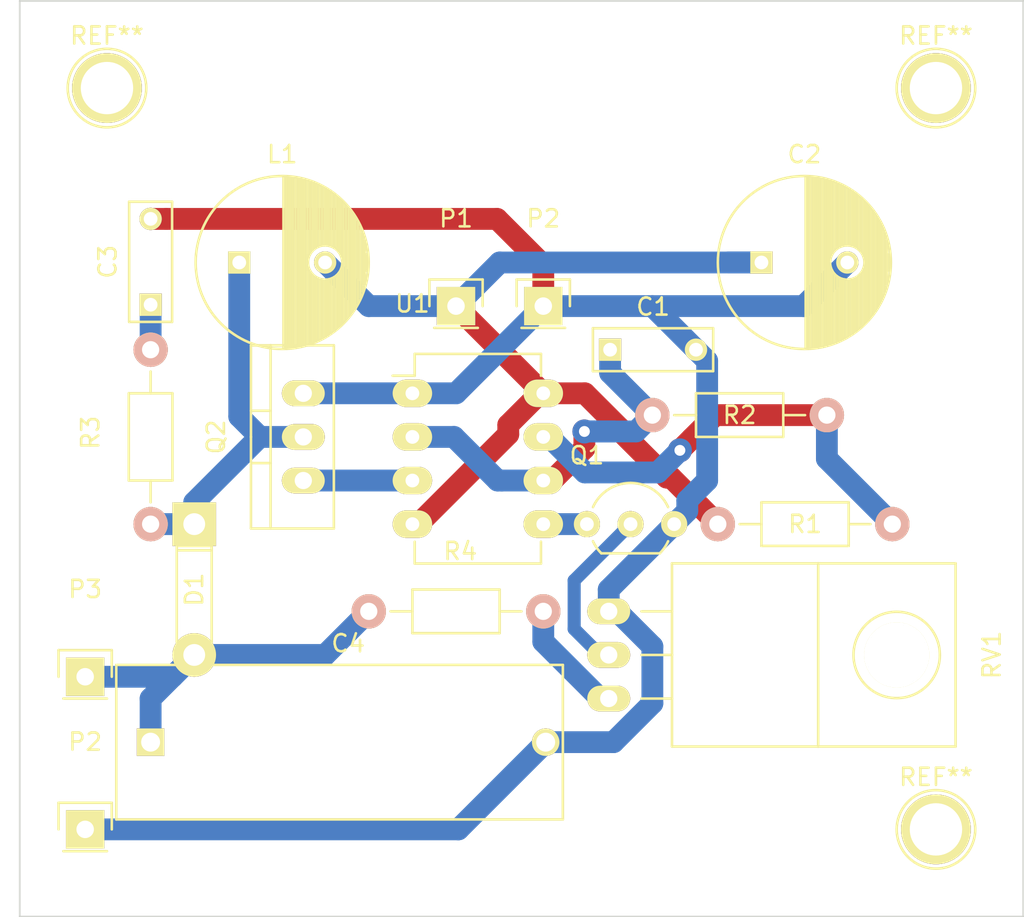
<source format=kicad_pcb>
(kicad_pcb (version 4) (host pcbnew "(2015-12-07 BZR 6352)-product")

  (general
    (links 30)
    (no_connects 0)
    (area -1.352333 -53.390001 58.470001 0.050001)
    (thickness 1.6)
    (drawings 4)
    (tracks 91)
    (zones 0)
    (modules 21)
    (nets 12)
  )

  (page A4)
  (layers
    (0 F.Cu signal)
    (31 B.Cu signal)
    (32 B.Adhes user)
    (33 F.Adhes user)
    (34 B.Paste user)
    (35 F.Paste user)
    (36 B.SilkS user)
    (37 F.SilkS user)
    (38 B.Mask user)
    (39 F.Mask user)
    (40 Dwgs.User user)
    (41 Cmts.User user)
    (42 Eco1.User user)
    (43 Eco2.User user)
    (44 Edge.Cuts user)
    (45 Margin user)
    (46 B.CrtYd user)
    (47 F.CrtYd user)
    (48 B.Fab user)
    (49 F.Fab user)
  )

  (setup
    (last_trace_width 0.254)
    (user_trace_width 0.3048)
    (user_trace_width 0.381)
    (user_trace_width 0.508)
    (user_trace_width 0.6096)
    (user_trace_width 0.762)
    (user_trace_width 1.27)
    (user_trace_width 2.54)
    (trace_clearance 0.254)
    (zone_clearance 0.508)
    (zone_45_only no)
    (trace_min 0.254)
    (segment_width 0.2)
    (edge_width 0.1)
    (via_size 1.397)
    (via_drill 0.635)
    (via_min_size 0.889)
    (via_min_drill 0.508)
    (uvia_size 0.508)
    (uvia_drill 0.127)
    (uvias_allowed no)
    (uvia_min_size 0.508)
    (uvia_min_drill 0.127)
    (pcb_text_width 0.3)
    (pcb_text_size 1.5 1.5)
    (mod_edge_width 0.15)
    (mod_text_size 1 1)
    (mod_text_width 0.15)
    (pad_size 2.54 2.54)
    (pad_drill 1.27)
    (pad_to_mask_clearance 0)
    (aux_axis_origin 0 0)
    (visible_elements FFFFFF7F)
    (pcbplotparams
      (layerselection 0x01000_80000001)
      (usegerberextensions false)
      (excludeedgelayer true)
      (linewidth 0.100000)
      (plotframeref false)
      (viasonmask false)
      (mode 1)
      (useauxorigin false)
      (hpglpennumber 1)
      (hpglpenspeed 20)
      (hpglpendiameter 15)
      (hpglpenoverlay 2)
      (psnegative false)
      (psa4output false)
      (plotreference true)
      (plotvalue true)
      (plotinvisibletext false)
      (padsonsilk false)
      (subtractmaskfromsilk false)
      (outputformat 1)
      (mirror false)
      (drillshape 0)
      (scaleselection 1)
      (outputdirectory ""))
  )

  (net 0 "")
  (net 1 "Net-(C1-Pad1)")
  (net 2 GND)
  (net 3 9V)
  (net 4 "Net-(C3-Pad1)")
  (net 5 "Net-(D1-Pad1)")
  (net 6 "Net-(Q1-Pad2)")
  (net 7 "Net-(Q1-Pad1)")
  (net 8 "Net-(Q2-Pad1)")
  (net 9 "Net-(R1-Pad2)")
  (net 10 "Net-(R4-Pad2)")
  (net 11 170V)

  (net_class Default "This is the default net class."
    (clearance 0.254)
    (trace_width 0.254)
    (via_dia 1.397)
    (via_drill 0.635)
    (uvia_dia 0.508)
    (uvia_drill 0.127)
    (add_net 170V)
    (add_net 9V)
    (add_net GND)
    (add_net "Net-(C1-Pad1)")
    (add_net "Net-(C3-Pad1)")
    (add_net "Net-(D1-Pad1)")
    (add_net "Net-(Q1-Pad1)")
    (add_net "Net-(Q1-Pad2)")
    (add_net "Net-(Q2-Pad1)")
    (add_net "Net-(R1-Pad2)")
    (add_net "Net-(R4-Pad2)")
  )

  (module Capacitors_ThroughHole:C_Rect_L27_W9_H17_P23 (layer F.Cu) (tedit 0) (tstamp 56A035ED)
    (at 7.62 -10.16)
    (descr "Film Capacitor Length 27mm x Width 9mm x Heigth 17mm, Pitch 23mm")
    (tags "Kemet R.46 Capacitor")
    (path /54F7AD40)
    (fp_text reference C4 (at 11.5 -5.75) (layer F.SilkS)
      (effects (font (size 1 1) (thickness 0.15)))
    )
    (fp_text value CP2 (at 11.5 5.75) (layer F.Fab)
      (effects (font (size 1 1) (thickness 0.15)))
    )
    (fp_line (start -2.25 -4.75) (end 24.25 -4.75) (layer F.CrtYd) (width 0.05))
    (fp_line (start 24.25 -4.75) (end 24.25 4.75) (layer F.CrtYd) (width 0.05))
    (fp_line (start 24.25 4.75) (end -2.25 4.75) (layer F.CrtYd) (width 0.05))
    (fp_line (start -2.25 4.75) (end -2.25 -4.75) (layer F.CrtYd) (width 0.05))
    (fp_line (start -2 -4.5) (end 24 -4.5) (layer F.SilkS) (width 0.15))
    (fp_line (start 24 -4.5) (end 24 4.5) (layer F.SilkS) (width 0.15))
    (fp_line (start 24 4.5) (end -2 4.5) (layer F.SilkS) (width 0.15))
    (fp_line (start -2 4.5) (end -2 -4.5) (layer F.SilkS) (width 0.15))
    (pad 1 thru_hole rect (at 0 0) (size 1.6 1.6) (drill 1.1) (layers *.Cu *.Mask F.SilkS)
      (net 11 170V))
    (pad 2 thru_hole circle (at 23 0) (size 1.6 1.6) (drill 1.1) (layers *.Cu *.Mask F.SilkS)
      (net 2 GND))
    (model Capacitors_ThroughHole.3dshapes/C_Rect_L27_W9_H17_P23.wrl
      (at (xyz 0.452756 0 0))
      (scale (xyz 4 4 4))
      (rotate (xyz 0 0 0))
    )
  )

  (module Pin_Headers:Pin_Header_Straight_1x01 (layer F.Cu) (tedit 54EA08DC) (tstamp 56995820)
    (at 3.81 -5.08)
    (descr "Through hole pin header")
    (tags "pin header")
    (path /54F8AC20)
    (fp_text reference P2 (at 0 -5.1) (layer F.SilkS)
      (effects (font (size 1 1) (thickness 0.15)))
    )
    (fp_text value CONN_01X01 (at 0 -3.1) (layer F.Fab)
      (effects (font (size 1 1) (thickness 0.15)))
    )
    (fp_line (start 1.55 -1.55) (end 1.55 0) (layer F.SilkS) (width 0.15))
    (fp_line (start -1.75 -1.75) (end -1.75 1.75) (layer F.CrtYd) (width 0.05))
    (fp_line (start 1.75 -1.75) (end 1.75 1.75) (layer F.CrtYd) (width 0.05))
    (fp_line (start -1.75 -1.75) (end 1.75 -1.75) (layer F.CrtYd) (width 0.05))
    (fp_line (start -1.75 1.75) (end 1.75 1.75) (layer F.CrtYd) (width 0.05))
    (fp_line (start -1.55 0) (end -1.55 -1.55) (layer F.SilkS) (width 0.15))
    (fp_line (start -1.55 -1.55) (end 1.55 -1.55) (layer F.SilkS) (width 0.15))
    (fp_line (start -1.27 1.27) (end 1.27 1.27) (layer F.SilkS) (width 0.15))
    (pad 1 thru_hole rect (at 0 0) (size 2.2352 2.2352) (drill 1.016) (layers *.Cu *.Mask F.SilkS)
      (net 2 GND))
    (model Pin_Headers.3dshapes/Pin_Header_Straight_1x01.wrl
      (at (xyz 0 0 0))
      (scale (xyz 1 1 1))
      (rotate (xyz 0 0 90))
    )
  )

  (module TO_SOT_Packages_THT:TO-220_Neutral123_Horizontal (layer F.Cu) (tedit 0) (tstamp 56994ACE)
    (at 34.29 -15.24 270)
    (descr "TO-220, Neutral, Horizontal,")
    (tags "TO-220, Neutral, Horizontal,")
    (path /54F7B081)
    (fp_text reference RV1 (at 0 -22.3012 270) (layer F.SilkS)
      (effects (font (size 1 1) (thickness 0.15)))
    )
    (fp_text value 1k (at -0.29972 3.44932 270) (layer F.Fab)
      (effects (font (size 1 1) (thickness 0.15)))
    )
    (fp_circle (center 0 -16.764) (end 1.778 -14.986) (layer F.SilkS) (width 0.15))
    (fp_line (start -2.54 -3.683) (end -2.54 -1.905) (layer F.SilkS) (width 0.15))
    (fp_line (start 0 -3.683) (end 0 -1.905) (layer F.SilkS) (width 0.15))
    (fp_line (start 2.54 -3.683) (end 2.54 -1.905) (layer F.SilkS) (width 0.15))
    (fp_line (start 5.334 -12.192) (end 5.334 -20.193) (layer F.SilkS) (width 0.15))
    (fp_line (start 5.334 -20.193) (end -5.334 -20.193) (layer F.SilkS) (width 0.15))
    (fp_line (start -5.334 -20.193) (end -5.334 -12.192) (layer F.SilkS) (width 0.15))
    (fp_line (start 5.334 -3.683) (end 5.334 -12.192) (layer F.SilkS) (width 0.15))
    (fp_line (start 5.334 -12.192) (end -5.334 -12.192) (layer F.SilkS) (width 0.15))
    (fp_line (start -5.334 -12.192) (end -5.334 -3.683) (layer F.SilkS) (width 0.15))
    (fp_line (start 0 -3.683) (end -5.334 -3.683) (layer F.SilkS) (width 0.15))
    (fp_line (start 0 -3.683) (end 5.334 -3.683) (layer F.SilkS) (width 0.15))
    (pad 2 thru_hole oval (at 0 0) (size 2.49936 1.50114) (drill 1.00076) (layers *.Cu *.Mask F.SilkS)
      (net 6 "Net-(Q1-Pad2)"))
    (pad 1 thru_hole oval (at -2.54 0) (size 2.49936 1.50114) (drill 1.00076) (layers *.Cu *.Mask F.SilkS)
      (net 2 GND))
    (pad 3 thru_hole oval (at 2.54 0) (size 2.49936 1.50114) (drill 1.00076) (layers *.Cu *.Mask F.SilkS)
      (net 10 "Net-(R4-Pad2)"))
    (pad "" np_thru_hole circle (at 0 -16.764) (size 3.79984 3.79984) (drill 3.79984) (layers *.Cu *.Mask F.SilkS))
    (model TO_SOT_Packages_THT.3dshapes/TO-220_Neutral123_Horizontal.wrl
      (at (xyz 0 0 0))
      (scale (xyz 0.3937 0.3937 0.3937))
      (rotate (xyz 0 0 0))
    )
  )

  (module TO_SOT_Packages_THT:TO-220_Neutral123_Vertical (layer F.Cu) (tedit 0) (tstamp 56994AAE)
    (at 16.51 -27.94 90)
    (descr "TO-220, Neutral, Vertical,")
    (tags "TO-220, Neutral, Vertical,")
    (path /54F7B1B4)
    (fp_text reference Q2 (at 0 -5.08 90) (layer F.SilkS)
      (effects (font (size 1 1) (thickness 0.15)))
    )
    (fp_text value Q_NMOS_GDS (at 0 3.81 90) (layer F.Fab)
      (effects (font (size 1 1) (thickness 0.15)))
    )
    (fp_line (start -1.524 -3.048) (end -1.524 -1.905) (layer F.SilkS) (width 0.15))
    (fp_line (start 1.524 -3.048) (end 1.524 -1.905) (layer F.SilkS) (width 0.15))
    (fp_line (start 5.334 -1.905) (end 5.334 1.778) (layer F.SilkS) (width 0.15))
    (fp_line (start 5.334 1.778) (end -5.334 1.778) (layer F.SilkS) (width 0.15))
    (fp_line (start -5.334 1.778) (end -5.334 -1.905) (layer F.SilkS) (width 0.15))
    (fp_line (start 5.334 -3.048) (end 5.334 -1.905) (layer F.SilkS) (width 0.15))
    (fp_line (start 5.334 -1.905) (end -5.334 -1.905) (layer F.SilkS) (width 0.15))
    (fp_line (start -5.334 -1.905) (end -5.334 -3.048) (layer F.SilkS) (width 0.15))
    (fp_line (start 0 -3.048) (end -5.334 -3.048) (layer F.SilkS) (width 0.15))
    (fp_line (start 0 -3.048) (end 5.334 -3.048) (layer F.SilkS) (width 0.15))
    (pad 2 thru_hole oval (at 0 0 180) (size 2.49936 1.50114) (drill 1.00076) (layers *.Cu *.Mask F.SilkS)
      (net 5 "Net-(D1-Pad1)"))
    (pad 1 thru_hole oval (at -2.54 0 180) (size 2.49936 1.50114) (drill 1.00076) (layers *.Cu *.Mask F.SilkS)
      (net 8 "Net-(Q2-Pad1)"))
    (pad 3 thru_hole oval (at 2.54 0 180) (size 2.49936 1.50114) (drill 1.00076) (layers *.Cu *.Mask F.SilkS)
      (net 2 GND))
    (model TO_SOT_Packages_THT.3dshapes/TO-220_Neutral123_Vertical.wrl
      (at (xyz 0 0 0))
      (scale (xyz 0.3937 0.3937 0.3937))
      (rotate (xyz 0 0 0))
    )
  )

  (module Capacitors_ThroughHole:C_Rect_L7_W2.5_P5 (layer F.Cu) (tedit 0) (tstamp 56994A6D)
    (at 34.37 -33.02)
    (descr "Film Capacitor Length 7mm x Width 2.5mm, Pitch 5mm")
    (tags Capacitor)
    (path /54F7AE9A)
    (fp_text reference C1 (at 2.5 -2.5) (layer F.SilkS)
      (effects (font (size 1 1) (thickness 0.15)))
    )
    (fp_text value 2n2 (at 2.5 2.5) (layer F.Fab)
      (effects (font (size 1 1) (thickness 0.15)))
    )
    (fp_line (start -1.25 -1.5) (end 6.25 -1.5) (layer F.CrtYd) (width 0.05))
    (fp_line (start 6.25 -1.5) (end 6.25 1.5) (layer F.CrtYd) (width 0.05))
    (fp_line (start 6.25 1.5) (end -1.25 1.5) (layer F.CrtYd) (width 0.05))
    (fp_line (start -1.25 1.5) (end -1.25 -1.5) (layer F.CrtYd) (width 0.05))
    (fp_line (start -1 -1.25) (end 6 -1.25) (layer F.SilkS) (width 0.15))
    (fp_line (start 6 -1.25) (end 6 1.25) (layer F.SilkS) (width 0.15))
    (fp_line (start 6 1.25) (end -1 1.25) (layer F.SilkS) (width 0.15))
    (fp_line (start -1 1.25) (end -1 -1.25) (layer F.SilkS) (width 0.15))
    (pad 1 thru_hole rect (at 0 0) (size 1.3 1.3) (drill 0.8) (layers *.Cu *.Mask F.SilkS)
      (net 1 "Net-(C1-Pad1)"))
    (pad 2 thru_hole circle (at 5 0) (size 1.3 1.3) (drill 0.8) (layers *.Cu *.Mask F.SilkS)
      (net 2 GND))
  )

  (module Capacitors_ThroughHole:C_Radial_D10_L13_P5 (layer F.Cu) (tedit 0) (tstamp 56994A73)
    (at 43.18 -38.1)
    (descr "Radial Electrolytic Capacitor Diameter 10mm x Length 13mm, Pitch 5mm")
    (tags "Electrolytic Capacitor")
    (path /54F7AC9F)
    (fp_text reference C2 (at 2.5 -6.3) (layer F.SilkS)
      (effects (font (size 1 1) (thickness 0.15)))
    )
    (fp_text value CP2 (at 2.5 6.3) (layer F.Fab)
      (effects (font (size 1 1) (thickness 0.15)))
    )
    (fp_line (start 2.575 -4.999) (end 2.575 4.999) (layer F.SilkS) (width 0.15))
    (fp_line (start 2.715 -4.995) (end 2.715 4.995) (layer F.SilkS) (width 0.15))
    (fp_line (start 2.855 -4.987) (end 2.855 4.987) (layer F.SilkS) (width 0.15))
    (fp_line (start 2.995 -4.975) (end 2.995 4.975) (layer F.SilkS) (width 0.15))
    (fp_line (start 3.135 -4.96) (end 3.135 4.96) (layer F.SilkS) (width 0.15))
    (fp_line (start 3.275 -4.94) (end 3.275 4.94) (layer F.SilkS) (width 0.15))
    (fp_line (start 3.415 -4.916) (end 3.415 4.916) (layer F.SilkS) (width 0.15))
    (fp_line (start 3.555 -4.887) (end 3.555 4.887) (layer F.SilkS) (width 0.15))
    (fp_line (start 3.695 -4.855) (end 3.695 4.855) (layer F.SilkS) (width 0.15))
    (fp_line (start 3.835 -4.818) (end 3.835 4.818) (layer F.SilkS) (width 0.15))
    (fp_line (start 3.975 -4.777) (end 3.975 4.777) (layer F.SilkS) (width 0.15))
    (fp_line (start 4.115 -4.732) (end 4.115 -0.466) (layer F.SilkS) (width 0.15))
    (fp_line (start 4.115 0.466) (end 4.115 4.732) (layer F.SilkS) (width 0.15))
    (fp_line (start 4.255 -4.682) (end 4.255 -0.667) (layer F.SilkS) (width 0.15))
    (fp_line (start 4.255 0.667) (end 4.255 4.682) (layer F.SilkS) (width 0.15))
    (fp_line (start 4.395 -4.627) (end 4.395 -0.796) (layer F.SilkS) (width 0.15))
    (fp_line (start 4.395 0.796) (end 4.395 4.627) (layer F.SilkS) (width 0.15))
    (fp_line (start 4.535 -4.567) (end 4.535 -0.885) (layer F.SilkS) (width 0.15))
    (fp_line (start 4.535 0.885) (end 4.535 4.567) (layer F.SilkS) (width 0.15))
    (fp_line (start 4.675 -4.502) (end 4.675 -0.946) (layer F.SilkS) (width 0.15))
    (fp_line (start 4.675 0.946) (end 4.675 4.502) (layer F.SilkS) (width 0.15))
    (fp_line (start 4.815 -4.432) (end 4.815 -0.983) (layer F.SilkS) (width 0.15))
    (fp_line (start 4.815 0.983) (end 4.815 4.432) (layer F.SilkS) (width 0.15))
    (fp_line (start 4.955 -4.356) (end 4.955 -0.999) (layer F.SilkS) (width 0.15))
    (fp_line (start 4.955 0.999) (end 4.955 4.356) (layer F.SilkS) (width 0.15))
    (fp_line (start 5.095 -4.274) (end 5.095 -0.995) (layer F.SilkS) (width 0.15))
    (fp_line (start 5.095 0.995) (end 5.095 4.274) (layer F.SilkS) (width 0.15))
    (fp_line (start 5.235 -4.186) (end 5.235 -0.972) (layer F.SilkS) (width 0.15))
    (fp_line (start 5.235 0.972) (end 5.235 4.186) (layer F.SilkS) (width 0.15))
    (fp_line (start 5.375 -4.091) (end 5.375 -0.927) (layer F.SilkS) (width 0.15))
    (fp_line (start 5.375 0.927) (end 5.375 4.091) (layer F.SilkS) (width 0.15))
    (fp_line (start 5.515 -3.989) (end 5.515 -0.857) (layer F.SilkS) (width 0.15))
    (fp_line (start 5.515 0.857) (end 5.515 3.989) (layer F.SilkS) (width 0.15))
    (fp_line (start 5.655 -3.879) (end 5.655 -0.756) (layer F.SilkS) (width 0.15))
    (fp_line (start 5.655 0.756) (end 5.655 3.879) (layer F.SilkS) (width 0.15))
    (fp_line (start 5.795 -3.761) (end 5.795 -0.607) (layer F.SilkS) (width 0.15))
    (fp_line (start 5.795 0.607) (end 5.795 3.761) (layer F.SilkS) (width 0.15))
    (fp_line (start 5.935 -3.633) (end 5.935 -0.355) (layer F.SilkS) (width 0.15))
    (fp_line (start 5.935 0.355) (end 5.935 3.633) (layer F.SilkS) (width 0.15))
    (fp_line (start 6.075 -3.496) (end 6.075 3.496) (layer F.SilkS) (width 0.15))
    (fp_line (start 6.215 -3.346) (end 6.215 3.346) (layer F.SilkS) (width 0.15))
    (fp_line (start 6.355 -3.184) (end 6.355 3.184) (layer F.SilkS) (width 0.15))
    (fp_line (start 6.495 -3.007) (end 6.495 3.007) (layer F.SilkS) (width 0.15))
    (fp_line (start 6.635 -2.811) (end 6.635 2.811) (layer F.SilkS) (width 0.15))
    (fp_line (start 6.775 -2.593) (end 6.775 2.593) (layer F.SilkS) (width 0.15))
    (fp_line (start 6.915 -2.347) (end 6.915 2.347) (layer F.SilkS) (width 0.15))
    (fp_line (start 7.055 -2.062) (end 7.055 2.062) (layer F.SilkS) (width 0.15))
    (fp_line (start 7.195 -1.72) (end 7.195 1.72) (layer F.SilkS) (width 0.15))
    (fp_line (start 7.335 -1.274) (end 7.335 1.274) (layer F.SilkS) (width 0.15))
    (fp_line (start 7.475 -0.499) (end 7.475 0.499) (layer F.SilkS) (width 0.15))
    (fp_circle (center 5 0) (end 5 -1) (layer F.SilkS) (width 0.15))
    (fp_circle (center 2.5 0) (end 2.5 -5.0375) (layer F.SilkS) (width 0.15))
    (fp_circle (center 2.5 0) (end 2.5 -5.3) (layer F.CrtYd) (width 0.05))
    (pad 1 thru_hole rect (at 0 0) (size 1.3 1.3) (drill 0.8) (layers *.Cu *.Mask F.SilkS)
      (net 3 9V))
    (pad 2 thru_hole circle (at 5 0) (size 1.3 1.3) (drill 0.8) (layers *.Cu *.Mask F.SilkS)
      (net 2 GND))
    (model Capacitors_ThroughHole.3dshapes/C_Radial_D10_L13_P5.wrl
      (at (xyz 0.0984252 0 0))
      (scale (xyz 1 1 1))
      (rotate (xyz 0 0 90))
    )
  )

  (module Capacitors_ThroughHole:C_Rect_L7_W2.5_P5 (layer F.Cu) (tedit 0) (tstamp 56994A79)
    (at 7.62 -35.64 90)
    (descr "Film Capacitor Length 7mm x Width 2.5mm, Pitch 5mm")
    (tags Capacitor)
    (path /54F7ADFF)
    (fp_text reference C3 (at 2.5 -2.5 90) (layer F.SilkS)
      (effects (font (size 1 1) (thickness 0.15)))
    )
    (fp_text value 100p (at 2.5 2.5 90) (layer F.Fab)
      (effects (font (size 1 1) (thickness 0.15)))
    )
    (fp_line (start -1.25 -1.5) (end 6.25 -1.5) (layer F.CrtYd) (width 0.05))
    (fp_line (start 6.25 -1.5) (end 6.25 1.5) (layer F.CrtYd) (width 0.05))
    (fp_line (start 6.25 1.5) (end -1.25 1.5) (layer F.CrtYd) (width 0.05))
    (fp_line (start -1.25 1.5) (end -1.25 -1.5) (layer F.CrtYd) (width 0.05))
    (fp_line (start -1 -1.25) (end 6 -1.25) (layer F.SilkS) (width 0.15))
    (fp_line (start 6 -1.25) (end 6 1.25) (layer F.SilkS) (width 0.15))
    (fp_line (start 6 1.25) (end -1 1.25) (layer F.SilkS) (width 0.15))
    (fp_line (start -1 1.25) (end -1 -1.25) (layer F.SilkS) (width 0.15))
    (pad 1 thru_hole rect (at 0 0 90) (size 1.3 1.3) (drill 0.8) (layers *.Cu *.Mask F.SilkS)
      (net 4 "Net-(C3-Pad1)"))
    (pad 2 thru_hole circle (at 5 0 90) (size 1.3 1.3) (drill 0.8) (layers *.Cu *.Mask F.SilkS)
      (net 2 GND))
  )

  (module Discret:D3 (layer F.Cu) (tedit 56A7FFC4) (tstamp 56994A85)
    (at 10.16 -19.05 90)
    (descr "Diode 3 pas")
    (tags "DIODE DEV")
    (path /54F7AF0C)
    (fp_text reference D1 (at 0 0 90) (layer F.SilkS)
      (effects (font (size 1 1) (thickness 0.15)))
    )
    (fp_text value DIODESCH (at 0 0 90) (layer F.Fab)
      (effects (font (size 1 1) (thickness 0.15)))
    )
    (fp_line (start 3.81 0) (end 3.048 0) (layer F.SilkS) (width 0.15))
    (fp_line (start 3.048 0) (end 3.048 -1.016) (layer F.SilkS) (width 0.15))
    (fp_line (start 3.048 -1.016) (end -3.048 -1.016) (layer F.SilkS) (width 0.15))
    (fp_line (start -3.048 -1.016) (end -3.048 0) (layer F.SilkS) (width 0.15))
    (fp_line (start -3.048 0) (end -3.81 0) (layer F.SilkS) (width 0.15))
    (fp_line (start -3.048 0) (end -3.048 1.016) (layer F.SilkS) (width 0.15))
    (fp_line (start -3.048 1.016) (end 3.048 1.016) (layer F.SilkS) (width 0.15))
    (fp_line (start 3.048 1.016) (end 3.048 0) (layer F.SilkS) (width 0.15))
    (fp_line (start 2.54 -1.016) (end 2.54 1.016) (layer F.SilkS) (width 0.15))
    (fp_line (start 2.286 1.016) (end 2.286 -1.016) (layer F.SilkS) (width 0.15))
    (pad 1 thru_hole rect (at 3.81 0 90) (size 2.54 2.54) (drill 1.27) (layers *.Cu *.Mask F.SilkS)
      (net 5 "Net-(D1-Pad1)"))
    (pad 2 thru_hole circle (at -3.81 0 90) (size 2.54 2.54) (drill 1.27) (layers *.Cu *.Mask F.SilkS)
      (net 11 170V))
    (model Discret.3dshapes/D3.wrl
      (at (xyz 0 0 0))
      (scale (xyz 0.3 0.3 0.3))
      (rotate (xyz 0 0 0))
    )
  )

  (module Capacitors_ThroughHole:C_Radial_D10_L13_P5 (layer F.Cu) (tedit 0) (tstamp 56994A91)
    (at 12.78 -38.1)
    (descr "Radial Electrolytic Capacitor Diameter 10mm x Length 13mm, Pitch 5mm")
    (tags "Electrolytic Capacitor")
    (path /54F7B015)
    (fp_text reference L1 (at 2.5 -6.3) (layer F.SilkS)
      (effects (font (size 1 1) (thickness 0.15)))
    )
    (fp_text value INDUCTOR (at 2.5 6.3) (layer F.Fab)
      (effects (font (size 1 1) (thickness 0.15)))
    )
    (fp_line (start 2.575 -4.999) (end 2.575 4.999) (layer F.SilkS) (width 0.15))
    (fp_line (start 2.715 -4.995) (end 2.715 4.995) (layer F.SilkS) (width 0.15))
    (fp_line (start 2.855 -4.987) (end 2.855 4.987) (layer F.SilkS) (width 0.15))
    (fp_line (start 2.995 -4.975) (end 2.995 4.975) (layer F.SilkS) (width 0.15))
    (fp_line (start 3.135 -4.96) (end 3.135 4.96) (layer F.SilkS) (width 0.15))
    (fp_line (start 3.275 -4.94) (end 3.275 4.94) (layer F.SilkS) (width 0.15))
    (fp_line (start 3.415 -4.916) (end 3.415 4.916) (layer F.SilkS) (width 0.15))
    (fp_line (start 3.555 -4.887) (end 3.555 4.887) (layer F.SilkS) (width 0.15))
    (fp_line (start 3.695 -4.855) (end 3.695 4.855) (layer F.SilkS) (width 0.15))
    (fp_line (start 3.835 -4.818) (end 3.835 4.818) (layer F.SilkS) (width 0.15))
    (fp_line (start 3.975 -4.777) (end 3.975 4.777) (layer F.SilkS) (width 0.15))
    (fp_line (start 4.115 -4.732) (end 4.115 -0.466) (layer F.SilkS) (width 0.15))
    (fp_line (start 4.115 0.466) (end 4.115 4.732) (layer F.SilkS) (width 0.15))
    (fp_line (start 4.255 -4.682) (end 4.255 -0.667) (layer F.SilkS) (width 0.15))
    (fp_line (start 4.255 0.667) (end 4.255 4.682) (layer F.SilkS) (width 0.15))
    (fp_line (start 4.395 -4.627) (end 4.395 -0.796) (layer F.SilkS) (width 0.15))
    (fp_line (start 4.395 0.796) (end 4.395 4.627) (layer F.SilkS) (width 0.15))
    (fp_line (start 4.535 -4.567) (end 4.535 -0.885) (layer F.SilkS) (width 0.15))
    (fp_line (start 4.535 0.885) (end 4.535 4.567) (layer F.SilkS) (width 0.15))
    (fp_line (start 4.675 -4.502) (end 4.675 -0.946) (layer F.SilkS) (width 0.15))
    (fp_line (start 4.675 0.946) (end 4.675 4.502) (layer F.SilkS) (width 0.15))
    (fp_line (start 4.815 -4.432) (end 4.815 -0.983) (layer F.SilkS) (width 0.15))
    (fp_line (start 4.815 0.983) (end 4.815 4.432) (layer F.SilkS) (width 0.15))
    (fp_line (start 4.955 -4.356) (end 4.955 -0.999) (layer F.SilkS) (width 0.15))
    (fp_line (start 4.955 0.999) (end 4.955 4.356) (layer F.SilkS) (width 0.15))
    (fp_line (start 5.095 -4.274) (end 5.095 -0.995) (layer F.SilkS) (width 0.15))
    (fp_line (start 5.095 0.995) (end 5.095 4.274) (layer F.SilkS) (width 0.15))
    (fp_line (start 5.235 -4.186) (end 5.235 -0.972) (layer F.SilkS) (width 0.15))
    (fp_line (start 5.235 0.972) (end 5.235 4.186) (layer F.SilkS) (width 0.15))
    (fp_line (start 5.375 -4.091) (end 5.375 -0.927) (layer F.SilkS) (width 0.15))
    (fp_line (start 5.375 0.927) (end 5.375 4.091) (layer F.SilkS) (width 0.15))
    (fp_line (start 5.515 -3.989) (end 5.515 -0.857) (layer F.SilkS) (width 0.15))
    (fp_line (start 5.515 0.857) (end 5.515 3.989) (layer F.SilkS) (width 0.15))
    (fp_line (start 5.655 -3.879) (end 5.655 -0.756) (layer F.SilkS) (width 0.15))
    (fp_line (start 5.655 0.756) (end 5.655 3.879) (layer F.SilkS) (width 0.15))
    (fp_line (start 5.795 -3.761) (end 5.795 -0.607) (layer F.SilkS) (width 0.15))
    (fp_line (start 5.795 0.607) (end 5.795 3.761) (layer F.SilkS) (width 0.15))
    (fp_line (start 5.935 -3.633) (end 5.935 -0.355) (layer F.SilkS) (width 0.15))
    (fp_line (start 5.935 0.355) (end 5.935 3.633) (layer F.SilkS) (width 0.15))
    (fp_line (start 6.075 -3.496) (end 6.075 3.496) (layer F.SilkS) (width 0.15))
    (fp_line (start 6.215 -3.346) (end 6.215 3.346) (layer F.SilkS) (width 0.15))
    (fp_line (start 6.355 -3.184) (end 6.355 3.184) (layer F.SilkS) (width 0.15))
    (fp_line (start 6.495 -3.007) (end 6.495 3.007) (layer F.SilkS) (width 0.15))
    (fp_line (start 6.635 -2.811) (end 6.635 2.811) (layer F.SilkS) (width 0.15))
    (fp_line (start 6.775 -2.593) (end 6.775 2.593) (layer F.SilkS) (width 0.15))
    (fp_line (start 6.915 -2.347) (end 6.915 2.347) (layer F.SilkS) (width 0.15))
    (fp_line (start 7.055 -2.062) (end 7.055 2.062) (layer F.SilkS) (width 0.15))
    (fp_line (start 7.195 -1.72) (end 7.195 1.72) (layer F.SilkS) (width 0.15))
    (fp_line (start 7.335 -1.274) (end 7.335 1.274) (layer F.SilkS) (width 0.15))
    (fp_line (start 7.475 -0.499) (end 7.475 0.499) (layer F.SilkS) (width 0.15))
    (fp_circle (center 5 0) (end 5 -1) (layer F.SilkS) (width 0.15))
    (fp_circle (center 2.5 0) (end 2.5 -5.0375) (layer F.SilkS) (width 0.15))
    (fp_circle (center 2.5 0) (end 2.5 -5.3) (layer F.CrtYd) (width 0.05))
    (pad 1 thru_hole rect (at 0 0) (size 1.3 1.3) (drill 0.8) (layers *.Cu *.Mask F.SilkS)
      (net 5 "Net-(D1-Pad1)"))
    (pad 2 thru_hole circle (at 5 0) (size 1.3 1.3) (drill 0.8) (layers *.Cu *.Mask F.SilkS)
      (net 3 9V))
    (model Capacitors_ThroughHole.3dshapes/C_Radial_D10_L13_P5.wrl
      (at (xyz 0.0984252 0 0))
      (scale (xyz 1 1 1))
      (rotate (xyz 0 0 90))
    )
  )

  (module Pin_Headers:Pin_Header_Straight_1x01 (layer F.Cu) (tedit 54EA08DC) (tstamp 56994A96)
    (at 25.4 -35.56)
    (descr "Through hole pin header")
    (tags "pin header")
    (path /54F8ABBD)
    (fp_text reference P1 (at 0 -5.1) (layer F.SilkS)
      (effects (font (size 1 1) (thickness 0.15)))
    )
    (fp_text value CONN_01X01 (at 0 -3.1) (layer F.Fab)
      (effects (font (size 1 1) (thickness 0.15)))
    )
    (fp_line (start 1.55 -1.55) (end 1.55 0) (layer F.SilkS) (width 0.15))
    (fp_line (start -1.75 -1.75) (end -1.75 1.75) (layer F.CrtYd) (width 0.05))
    (fp_line (start 1.75 -1.75) (end 1.75 1.75) (layer F.CrtYd) (width 0.05))
    (fp_line (start -1.75 -1.75) (end 1.75 -1.75) (layer F.CrtYd) (width 0.05))
    (fp_line (start -1.75 1.75) (end 1.75 1.75) (layer F.CrtYd) (width 0.05))
    (fp_line (start -1.55 0) (end -1.55 -1.55) (layer F.SilkS) (width 0.15))
    (fp_line (start -1.55 -1.55) (end 1.55 -1.55) (layer F.SilkS) (width 0.15))
    (fp_line (start -1.27 1.27) (end 1.27 1.27) (layer F.SilkS) (width 0.15))
    (pad 1 thru_hole rect (at 0 0) (size 2.2352 2.2352) (drill 1.016) (layers *.Cu *.Mask F.SilkS)
      (net 3 9V))
    (model Pin_Headers.3dshapes/Pin_Header_Straight_1x01.wrl
      (at (xyz 0 0 0))
      (scale (xyz 1 1 1))
      (rotate (xyz 0 0 90))
    )
  )

  (module Pin_Headers:Pin_Header_Straight_1x01 (layer F.Cu) (tedit 54EA08DC) (tstamp 56994A9B)
    (at 30.48 -35.56)
    (descr "Through hole pin header")
    (tags "pin header")
    (path /54F8AC20)
    (fp_text reference P2 (at 0 -5.1) (layer F.SilkS)
      (effects (font (size 1 1) (thickness 0.15)))
    )
    (fp_text value CONN_01X01 (at 0 -3.1) (layer F.Fab)
      (effects (font (size 1 1) (thickness 0.15)))
    )
    (fp_line (start 1.55 -1.55) (end 1.55 0) (layer F.SilkS) (width 0.15))
    (fp_line (start -1.75 -1.75) (end -1.75 1.75) (layer F.CrtYd) (width 0.05))
    (fp_line (start 1.75 -1.75) (end 1.75 1.75) (layer F.CrtYd) (width 0.05))
    (fp_line (start -1.75 -1.75) (end 1.75 -1.75) (layer F.CrtYd) (width 0.05))
    (fp_line (start -1.75 1.75) (end 1.75 1.75) (layer F.CrtYd) (width 0.05))
    (fp_line (start -1.55 0) (end -1.55 -1.55) (layer F.SilkS) (width 0.15))
    (fp_line (start -1.55 -1.55) (end 1.55 -1.55) (layer F.SilkS) (width 0.15))
    (fp_line (start -1.27 1.27) (end 1.27 1.27) (layer F.SilkS) (width 0.15))
    (pad 1 thru_hole rect (at 0 0) (size 2.2352 2.2352) (drill 1.016) (layers *.Cu *.Mask F.SilkS)
      (net 2 GND))
    (model Pin_Headers.3dshapes/Pin_Header_Straight_1x01.wrl
      (at (xyz 0 0 0))
      (scale (xyz 1 1 1))
      (rotate (xyz 0 0 90))
    )
  )

  (module Pin_Headers:Pin_Header_Straight_1x01 (layer F.Cu) (tedit 54EA08DC) (tstamp 56994AA0)
    (at 3.81 -13.97)
    (descr "Through hole pin header")
    (tags "pin header")
    (path /54F90039)
    (fp_text reference P3 (at 0 -5.1) (layer F.SilkS)
      (effects (font (size 1 1) (thickness 0.15)))
    )
    (fp_text value CONN_01X01 (at 0 -3.1) (layer F.Fab)
      (effects (font (size 1 1) (thickness 0.15)))
    )
    (fp_line (start 1.55 -1.55) (end 1.55 0) (layer F.SilkS) (width 0.15))
    (fp_line (start -1.75 -1.75) (end -1.75 1.75) (layer F.CrtYd) (width 0.05))
    (fp_line (start 1.75 -1.75) (end 1.75 1.75) (layer F.CrtYd) (width 0.05))
    (fp_line (start -1.75 -1.75) (end 1.75 -1.75) (layer F.CrtYd) (width 0.05))
    (fp_line (start -1.75 1.75) (end 1.75 1.75) (layer F.CrtYd) (width 0.05))
    (fp_line (start -1.55 0) (end -1.55 -1.55) (layer F.SilkS) (width 0.15))
    (fp_line (start -1.55 -1.55) (end 1.55 -1.55) (layer F.SilkS) (width 0.15))
    (fp_line (start -1.27 1.27) (end 1.27 1.27) (layer F.SilkS) (width 0.15))
    (pad 1 thru_hole rect (at 0 0) (size 2.2352 2.2352) (drill 1.016) (layers *.Cu *.Mask F.SilkS)
      (net 11 170V))
    (model Pin_Headers.3dshapes/Pin_Header_Straight_1x01.wrl
      (at (xyz 0 0 0))
      (scale (xyz 1 1 1))
      (rotate (xyz 0 0 90))
    )
  )

  (module TO_SOT_Packages_THT:TO-92_Inline_Wide (layer F.Cu) (tedit 54F242B4) (tstamp 56994AA7)
    (at 33.02 -22.86)
    (descr "TO-92 leads in-line, wide, drill 0.8mm (see NXP sot054_po.pdf)")
    (tags "to-92 sc-43 sc-43a sot54 PA33 transistor")
    (path /54F7B100)
    (fp_text reference Q1 (at 0 -4 180) (layer F.SilkS)
      (effects (font (size 1 1) (thickness 0.15)))
    )
    (fp_text value BC547 (at 0 3) (layer F.Fab)
      (effects (font (size 1 1) (thickness 0.15)))
    )
    (fp_arc (start 2.54 0) (end 0.84 1.7) (angle 20.5) (layer F.SilkS) (width 0.15))
    (fp_arc (start 2.54 0) (end 4.24 1.7) (angle -20.5) (layer F.SilkS) (width 0.15))
    (fp_line (start -1 1.95) (end -1 -2.65) (layer F.CrtYd) (width 0.05))
    (fp_line (start -1 1.95) (end 6.1 1.95) (layer F.CrtYd) (width 0.05))
    (fp_line (start 0.84 1.7) (end 4.24 1.7) (layer F.SilkS) (width 0.15))
    (fp_arc (start 2.54 0) (end 2.54 -2.4) (angle -65.55604127) (layer F.SilkS) (width 0.15))
    (fp_arc (start 2.54 0) (end 2.54 -2.4) (angle 65.55604127) (layer F.SilkS) (width 0.15))
    (fp_line (start -1 -2.65) (end 6.1 -2.65) (layer F.CrtYd) (width 0.05))
    (fp_line (start 6.1 1.95) (end 6.1 -2.65) (layer F.CrtYd) (width 0.05))
    (pad 2 thru_hole circle (at 2.54 0 90) (size 1.524 1.524) (drill 0.8) (layers *.Cu *.Mask F.SilkS)
      (net 6 "Net-(Q1-Pad2)"))
    (pad 3 thru_hole circle (at 5.08 0 90) (size 1.524 1.524) (drill 0.8) (layers *.Cu *.Mask F.SilkS)
      (net 2 GND))
    (pad 1 thru_hole circle (at 0 0 90) (size 1.524 1.524) (drill 0.8) (layers *.Cu *.Mask F.SilkS)
      (net 7 "Net-(Q1-Pad1)"))
    (model TO_SOT_Packages_THT.3dshapes/TO-92_Inline_Wide.wrl
      (at (xyz 0.1 0 0))
      (scale (xyz 1 1 1))
      (rotate (xyz 0 0 -90))
    )
  )

  (module Resistors_ThroughHole:Resistor_Horizontal_RM10mm (layer F.Cu) (tedit 53F56209) (tstamp 56994AB4)
    (at 45.72 -22.86)
    (descr "Resistor, Axial,  RM 10mm, 1/3W,")
    (tags "Resistor, Axial, RM 10mm, 1/3W,")
    (path /54F7ABF6)
    (fp_text reference R1 (at 0 0) (layer F.SilkS)
      (effects (font (size 1 1) (thickness 0.15)))
    )
    (fp_text value 1K (at 3.81 3.81) (layer F.Fab)
      (effects (font (size 1 1) (thickness 0.15)))
    )
    (fp_line (start -2.54 -1.27) (end 2.54 -1.27) (layer F.SilkS) (width 0.15))
    (fp_line (start 2.54 -1.27) (end 2.54 1.27) (layer F.SilkS) (width 0.15))
    (fp_line (start 2.54 1.27) (end -2.54 1.27) (layer F.SilkS) (width 0.15))
    (fp_line (start -2.54 1.27) (end -2.54 -1.27) (layer F.SilkS) (width 0.15))
    (fp_line (start -2.54 0) (end -3.81 0) (layer F.SilkS) (width 0.15))
    (fp_line (start 2.54 0) (end 3.81 0) (layer F.SilkS) (width 0.15))
    (pad 1 thru_hole circle (at -5.08 0) (size 1.99898 1.99898) (drill 1.00076) (layers *.Cu *.SilkS *.Mask)
      (net 3 9V))
    (pad 2 thru_hole circle (at 5.08 0) (size 1.99898 1.99898) (drill 1.00076) (layers *.Cu *.SilkS *.Mask)
      (net 9 "Net-(R1-Pad2)"))
    (model Resistors_ThroughHole.3dshapes/Resistor_Horizontal_RM10mm.wrl
      (at (xyz 0 0 0))
      (scale (xyz 0.4 0.4 0.4))
      (rotate (xyz 0 0 0))
    )
  )

  (module Resistors_ThroughHole:Resistor_Horizontal_RM10mm (layer F.Cu) (tedit 53F56209) (tstamp 56994ABA)
    (at 41.91 -29.21 180)
    (descr "Resistor, Axial,  RM 10mm, 1/3W,")
    (tags "Resistor, Axial, RM 10mm, 1/3W,")
    (path /54F7AB77)
    (fp_text reference R2 (at 0 0 180) (layer F.SilkS)
      (effects (font (size 1 1) (thickness 0.15)))
    )
    (fp_text value 10K (at 3.81 3.81 180) (layer F.Fab)
      (effects (font (size 1 1) (thickness 0.15)))
    )
    (fp_line (start -2.54 -1.27) (end 2.54 -1.27) (layer F.SilkS) (width 0.15))
    (fp_line (start 2.54 -1.27) (end 2.54 1.27) (layer F.SilkS) (width 0.15))
    (fp_line (start 2.54 1.27) (end -2.54 1.27) (layer F.SilkS) (width 0.15))
    (fp_line (start -2.54 1.27) (end -2.54 -1.27) (layer F.SilkS) (width 0.15))
    (fp_line (start -2.54 0) (end -3.81 0) (layer F.SilkS) (width 0.15))
    (fp_line (start 2.54 0) (end 3.81 0) (layer F.SilkS) (width 0.15))
    (pad 1 thru_hole circle (at -5.08 0 180) (size 1.99898 1.99898) (drill 1.00076) (layers *.Cu *.SilkS *.Mask)
      (net 9 "Net-(R1-Pad2)"))
    (pad 2 thru_hole circle (at 5.08 0 180) (size 1.99898 1.99898) (drill 1.00076) (layers *.Cu *.SilkS *.Mask)
      (net 1 "Net-(C1-Pad1)"))
    (model Resistors_ThroughHole.3dshapes/Resistor_Horizontal_RM10mm.wrl
      (at (xyz 0 0 0))
      (scale (xyz 0.4 0.4 0.4))
      (rotate (xyz 0 0 0))
    )
  )

  (module Resistors_ThroughHole:Resistor_Horizontal_RM10mm (layer F.Cu) (tedit 53F56209) (tstamp 56994AC0)
    (at 7.62 -27.94 90)
    (descr "Resistor, Axial,  RM 10mm, 1/3W,")
    (tags "Resistor, Axial, RM 10mm, 1/3W,")
    (path /54F7AC30)
    (fp_text reference R3 (at 0.24892 -3.50012 90) (layer F.SilkS)
      (effects (font (size 1 1) (thickness 0.15)))
    )
    (fp_text value 2k2 (at 3.81 3.81 90) (layer F.Fab)
      (effects (font (size 1 1) (thickness 0.15)))
    )
    (fp_line (start -2.54 -1.27) (end 2.54 -1.27) (layer F.SilkS) (width 0.15))
    (fp_line (start 2.54 -1.27) (end 2.54 1.27) (layer F.SilkS) (width 0.15))
    (fp_line (start 2.54 1.27) (end -2.54 1.27) (layer F.SilkS) (width 0.15))
    (fp_line (start -2.54 1.27) (end -2.54 -1.27) (layer F.SilkS) (width 0.15))
    (fp_line (start -2.54 0) (end -3.81 0) (layer F.SilkS) (width 0.15))
    (fp_line (start 2.54 0) (end 3.81 0) (layer F.SilkS) (width 0.15))
    (pad 1 thru_hole circle (at -5.08 0 90) (size 1.99898 1.99898) (drill 1.00076) (layers *.Cu *.SilkS *.Mask)
      (net 5 "Net-(D1-Pad1)"))
    (pad 2 thru_hole circle (at 5.08 0 90) (size 1.99898 1.99898) (drill 1.00076) (layers *.Cu *.SilkS *.Mask)
      (net 4 "Net-(C3-Pad1)"))
    (model Resistors_ThroughHole.3dshapes/Resistor_Horizontal_RM10mm.wrl
      (at (xyz 0 0 0))
      (scale (xyz 0.4 0.4 0.4))
      (rotate (xyz 0 0 0))
    )
  )

  (module Resistors_ThroughHole:Resistor_Horizontal_RM10mm (layer F.Cu) (tedit 53F56209) (tstamp 56994AC6)
    (at 25.4 -17.78)
    (descr "Resistor, Axial,  RM 10mm, 1/3W,")
    (tags "Resistor, Axial, RM 10mm, 1/3W,")
    (path /54F7AC76)
    (fp_text reference R4 (at 0.24892 -3.50012) (layer F.SilkS)
      (effects (font (size 1 1) (thickness 0.15)))
    )
    (fp_text value 220k (at 3.81 3.81) (layer F.Fab)
      (effects (font (size 1 1) (thickness 0.15)))
    )
    (fp_line (start -2.54 -1.27) (end 2.54 -1.27) (layer F.SilkS) (width 0.15))
    (fp_line (start 2.54 -1.27) (end 2.54 1.27) (layer F.SilkS) (width 0.15))
    (fp_line (start 2.54 1.27) (end -2.54 1.27) (layer F.SilkS) (width 0.15))
    (fp_line (start -2.54 1.27) (end -2.54 -1.27) (layer F.SilkS) (width 0.15))
    (fp_line (start -2.54 0) (end -3.81 0) (layer F.SilkS) (width 0.15))
    (fp_line (start 2.54 0) (end 3.81 0) (layer F.SilkS) (width 0.15))
    (pad 1 thru_hole circle (at -5.08 0) (size 1.99898 1.99898) (drill 1.00076) (layers *.Cu *.SilkS *.Mask)
      (net 11 170V))
    (pad 2 thru_hole circle (at 5.08 0) (size 1.99898 1.99898) (drill 1.00076) (layers *.Cu *.SilkS *.Mask)
      (net 10 "Net-(R4-Pad2)"))
    (model Resistors_ThroughHole.3dshapes/Resistor_Horizontal_RM10mm.wrl
      (at (xyz 0 0 0))
      (scale (xyz 0.4 0.4 0.4))
      (rotate (xyz 0 0 0))
    )
  )

  (module Housings_DIP:DIP-8_W7.62mm_LongPads (layer F.Cu) (tedit 54130A77) (tstamp 56994ADA)
    (at 22.86 -30.48)
    (descr "8-lead dip package, row spacing 7.62 mm (300 mils), longer pads")
    (tags "dil dip 2.54 300")
    (path /54F7AB01)
    (fp_text reference U1 (at 0 -5.22) (layer F.SilkS)
      (effects (font (size 1 1) (thickness 0.15)))
    )
    (fp_text value LM555N (at 0 -3.72) (layer F.Fab)
      (effects (font (size 1 1) (thickness 0.15)))
    )
    (fp_line (start -1.4 -2.45) (end -1.4 10.1) (layer F.CrtYd) (width 0.05))
    (fp_line (start 9 -2.45) (end 9 10.1) (layer F.CrtYd) (width 0.05))
    (fp_line (start -1.4 -2.45) (end 9 -2.45) (layer F.CrtYd) (width 0.05))
    (fp_line (start -1.4 10.1) (end 9 10.1) (layer F.CrtYd) (width 0.05))
    (fp_line (start 0.135 -2.295) (end 0.135 -1.025) (layer F.SilkS) (width 0.15))
    (fp_line (start 7.485 -2.295) (end 7.485 -1.025) (layer F.SilkS) (width 0.15))
    (fp_line (start 7.485 9.915) (end 7.485 8.645) (layer F.SilkS) (width 0.15))
    (fp_line (start 0.135 9.915) (end 0.135 8.645) (layer F.SilkS) (width 0.15))
    (fp_line (start 0.135 -2.295) (end 7.485 -2.295) (layer F.SilkS) (width 0.15))
    (fp_line (start 0.135 9.915) (end 7.485 9.915) (layer F.SilkS) (width 0.15))
    (fp_line (start 0.135 -1.025) (end -1.15 -1.025) (layer F.SilkS) (width 0.15))
    (pad 1 thru_hole oval (at 0 0) (size 2.3 1.6) (drill 0.8) (layers *.Cu *.Mask F.SilkS)
      (net 2 GND))
    (pad 2 thru_hole oval (at 0 2.54) (size 2.3 1.6) (drill 0.8) (layers *.Cu *.Mask F.SilkS)
      (net 1 "Net-(C1-Pad1)"))
    (pad 3 thru_hole oval (at 0 5.08) (size 2.3 1.6) (drill 0.8) (layers *.Cu *.Mask F.SilkS)
      (net 8 "Net-(Q2-Pad1)"))
    (pad 4 thru_hole oval (at 0 7.62) (size 2.3 1.6) (drill 0.8) (layers *.Cu *.Mask F.SilkS)
      (net 3 9V))
    (pad 5 thru_hole oval (at 7.62 7.62) (size 2.3 1.6) (drill 0.8) (layers *.Cu *.Mask F.SilkS)
      (net 7 "Net-(Q1-Pad1)"))
    (pad 6 thru_hole oval (at 7.62 5.08) (size 2.3 1.6) (drill 0.8) (layers *.Cu *.Mask F.SilkS)
      (net 1 "Net-(C1-Pad1)"))
    (pad 7 thru_hole oval (at 7.62 2.54) (size 2.3 1.6) (drill 0.8) (layers *.Cu *.Mask F.SilkS)
      (net 9 "Net-(R1-Pad2)"))
    (pad 8 thru_hole oval (at 7.62 0) (size 2.3 1.6) (drill 0.8) (layers *.Cu *.Mask F.SilkS)
      (net 3 9V))
    (model Housings_DIP.3dshapes/DIP-8_W7.62mm_LongPads.wrl
      (at (xyz 0 0 0))
      (scale (xyz 1 1 1))
      (rotate (xyz 0 0 0))
    )
  )

  (module Connect:1pin (layer F.Cu) (tedit 0) (tstamp 569957B2)
    (at 5.08 -48.26)
    (descr "module 1 pin (ou trou mecanique de percage)")
    (tags DEV)
    (fp_text reference REF** (at 0 -3.048) (layer F.SilkS)
      (effects (font (size 1 1) (thickness 0.15)))
    )
    (fp_text value 1pin (at 0 2.794) (layer F.Fab)
      (effects (font (size 1 1) (thickness 0.15)))
    )
    (fp_circle (center 0 0) (end 0 -2.286) (layer F.SilkS) (width 0.15))
    (pad 1 thru_hole circle (at 0 0) (size 4.064 4.064) (drill 3.048) (layers *.Cu *.Mask F.SilkS))
  )

  (module Connect:1pin (layer F.Cu) (tedit 0) (tstamp 569957C4)
    (at 53.34 -48.26)
    (descr "module 1 pin (ou trou mecanique de percage)")
    (tags DEV)
    (fp_text reference REF** (at 0 -3.048) (layer F.SilkS)
      (effects (font (size 1 1) (thickness 0.15)))
    )
    (fp_text value 1pin (at 0 2.794) (layer F.Fab)
      (effects (font (size 1 1) (thickness 0.15)))
    )
    (fp_circle (center 0 0) (end 0 -2.286) (layer F.SilkS) (width 0.15))
    (pad 1 thru_hole circle (at 0 0) (size 4.064 4.064) (drill 3.048) (layers *.Cu *.Mask F.SilkS))
  )

  (module Connect:1pin (layer F.Cu) (tedit 0) (tstamp 569957CB)
    (at 53.34 -5.08)
    (descr "module 1 pin (ou trou mecanique de percage)")
    (tags DEV)
    (fp_text reference REF** (at 0 -3.048) (layer F.SilkS)
      (effects (font (size 1 1) (thickness 0.15)))
    )
    (fp_text value 1pin (at 0 2.794) (layer F.Fab)
      (effects (font (size 1 1) (thickness 0.15)))
    )
    (fp_circle (center 0 0) (end 0 -2.286) (layer F.SilkS) (width 0.15))
    (pad 1 thru_hole circle (at 0 0) (size 4.064 4.064) (drill 3.048) (layers *.Cu *.Mask F.SilkS))
  )

  (gr_line (start 58.42 -53.34) (end 0 -53.34) (layer Edge.Cuts) (width 0.1))
  (gr_line (start 58.42 0) (end 58.42 -53.34) (layer Edge.Cuts) (width 0.1))
  (gr_line (start 0 0) (end 58.42 0) (layer Edge.Cuts) (width 0.1))
  (gr_line (start 0 -53.34) (end 0 0) (layer Edge.Cuts) (width 0.1))

  (segment (start 32.872855 -28.25752) (end 35.87752 -28.25752) (width 1.27) (layer B.Cu) (net 1))
  (segment (start 35.87752 -28.25752) (end 36.83 -29.21) (width 1.27) (layer B.Cu) (net 1))
  (segment (start 34.37 -33.02) (end 34.37 -31.67) (width 1.27) (layer B.Cu) (net 1))
  (segment (start 34.37 -31.67) (end 36.83 -29.21) (width 1.27) (layer B.Cu) (net 1))
  (segment (start 30.48 -25.4) (end 31.003163 -25.4) (width 1.27) (layer F.Cu) (net 1))
  (segment (start 31.003163 -25.4) (end 32.872855 -27.269692) (width 1.27) (layer F.Cu) (net 1))
  (segment (start 32.872855 -27.269692) (end 32.872855 -28.25752) (width 1.27) (layer F.Cu) (net 1))
  (segment (start 32.872855 -28.25752) (end 34.60752 -28.25752) (width 1.27) (layer B.Cu) (net 1))
  (via (at 32.872855 -28.25752) (size 1.397) (drill 0.635) (layers F.Cu B.Cu) (net 1))
  (segment (start 22.86 -27.94) (end 25.28 -27.94) (width 1.27) (layer B.Cu) (net 1))
  (segment (start 25.28 -27.94) (end 27.82 -25.4) (width 1.27) (layer B.Cu) (net 1))
  (segment (start 27.82 -25.4) (end 28.06 -25.4) (width 1.27) (layer B.Cu) (net 1))
  (segment (start 28.06 -25.4) (end 30.48 -25.4) (width 1.27) (layer B.Cu) (net 1))
  (segment (start 40.019999 -32.370001) (end 39.37 -33.02) (width 1.27) (layer B.Cu) (net 2))
  (segment (start 40.019999 -25.4) (end 40.019999 -32.370001) (width 1.27) (layer B.Cu) (net 2))
  (segment (start 38.1 -22.86) (end 38.861999 -23.621999) (width 1.27) (layer B.Cu) (net 2))
  (segment (start 38.861999 -23.621999) (end 38.861999 -24.242) (width 1.27) (layer B.Cu) (net 2))
  (segment (start 38.861999 -24.242) (end 40.019999 -25.4) (width 1.27) (layer B.Cu) (net 2))
  (segment (start 30.48 -35.56) (end 30.48 -37.9476) (width 1.27) (layer F.Cu) (net 2))
  (segment (start 30.48 -37.9476) (end 27.7876 -40.64) (width 1.27) (layer F.Cu) (net 2))
  (segment (start 27.7876 -40.64) (end 8.539238 -40.64) (width 1.27) (layer F.Cu) (net 2))
  (segment (start 8.539238 -40.64) (end 7.62 -40.64) (width 1.27) (layer F.Cu) (net 2))
  (segment (start 34.29 -17.78) (end 34.29 -19.05) (width 1.27) (layer B.Cu) (net 2))
  (segment (start 34.29 -19.05) (end 38.1 -22.86) (width 1.27) (layer B.Cu) (net 2))
  (segment (start 39.37 -33.02) (end 36.83 -35.56) (width 1.27) (layer B.Cu) (net 2))
  (segment (start 30.48 -35.56) (end 45.64 -35.56) (width 1.27) (layer B.Cu) (net 2))
  (segment (start 45.64 -35.56) (end 48.18 -38.1) (width 1.27) (layer B.Cu) (net 2))
  (segment (start 22.86 -30.48) (end 25.4 -30.48) (width 1.27) (layer B.Cu) (net 2))
  (segment (start 25.4 -30.48) (end 30.48 -35.56) (width 1.27) (layer B.Cu) (net 2))
  (segment (start 16.51 -30.48) (end 22.86 -30.48) (width 1.27) (layer B.Cu) (net 2))
  (segment (start 30.62 -10.16) (end 34.567826 -10.16) (width 1.27) (layer B.Cu) (net 2))
  (segment (start 34.567826 -10.16) (end 36.83 -12.422174) (width 1.27) (layer B.Cu) (net 2))
  (segment (start 36.83 -12.422174) (end 36.83 -15.73911) (width 1.27) (layer B.Cu) (net 2))
  (segment (start 36.83 -15.73911) (end 34.78911 -17.78) (width 1.27) (layer B.Cu) (net 2))
  (segment (start 34.78911 -17.78) (end 34.29 -17.78) (width 1.27) (layer B.Cu) (net 2))
  (segment (start 3.81 -5.08) (end 25.54 -5.08) (width 1.27) (layer B.Cu) (net 2))
  (segment (start 25.54 -5.08) (end 30.62 -10.16) (width 1.27) (layer B.Cu) (net 2))
  (segment (start 36.83 -35.56) (end 45.64 -35.56) (width 0.508) (layer B.Cu) (net 2))
  (segment (start 30.48 -35.56) (end 36.83 -35.56) (width 0.508) (layer B.Cu) (net 2))
  (segment (start 3.81 -5.08) (end 20.08 -5.08) (width 0.508) (layer B.Cu) (net 2))
  (segment (start 39.640511 -23.859489) (end 40.64 -22.86) (width 1.27) (layer F.Cu) (net 3))
  (segment (start 34.941509 -28.299014) (end 37.670478 -25.570045) (width 1.27) (layer F.Cu) (net 3))
  (segment (start 34.941509 -28.438491) (end 34.941509 -28.299014) (width 1.27) (layer F.Cu) (net 3))
  (segment (start 32.9 -30.48) (end 34.941509 -28.438491) (width 1.27) (layer F.Cu) (net 3))
  (segment (start 37.670478 -25.570045) (end 37.929955 -25.570045) (width 1.27) (layer F.Cu) (net 3))
  (segment (start 30.48 -30.48) (end 32.9 -30.48) (width 1.27) (layer F.Cu) (net 3))
  (segment (start 37.929955 -25.570045) (end 39.640511 -23.859489) (width 1.27) (layer F.Cu) (net 3))
  (segment (start 22.86 -22.86) (end 23.21 -22.86) (width 1.27) (layer F.Cu) (net 3))
  (segment (start 23.21 -22.86) (end 28.44099 -28.09099) (width 1.27) (layer F.Cu) (net 3))
  (segment (start 28.44099 -28.09099) (end 28.44099 -28.63961) (width 1.27) (layer F.Cu) (net 3))
  (segment (start 30.28138 -30.48) (end 30.48 -30.48) (width 1.27) (layer F.Cu) (net 3))
  (segment (start 28.44099 -28.63961) (end 30.28138 -30.48) (width 1.27) (layer F.Cu) (net 3))
  (segment (start 25.4 -35.56) (end 30.48 -30.48) (width 1.27) (layer F.Cu) (net 3))
  (segment (start 25.4 -35.56) (end 27.94 -38.1) (width 1.27) (layer B.Cu) (net 3))
  (segment (start 27.94 -38.1) (end 43.18 -38.1) (width 1.27) (layer B.Cu) (net 3))
  (segment (start 25.4 -35.56) (end 20.32 -35.56) (width 1.27) (layer B.Cu) (net 3))
  (segment (start 20.32 -35.56) (end 17.78 -38.1) (width 1.27) (layer B.Cu) (net 3))
  (segment (start 41.26 -38.1) (end 43.18 -38.1) (width 1.27) (layer B.Cu) (net 3))
  (segment (start 7.62 -35.64) (end 7.62 -33.02) (width 1.27) (layer B.Cu) (net 4))
  (segment (start 10.16 -22.86) (end 10.16 -24.13) (width 1.27) (layer B.Cu) (net 5))
  (segment (start 13.97 -27.94) (end 10.16 -24.13) (width 1.27) (layer B.Cu) (net 5))
  (segment (start 13.97 -27.94) (end 16.51 -27.94) (width 1.27) (layer B.Cu) (net 5))
  (segment (start 12.78 -38.1) (end 12.78 -29.13) (width 1.27) (layer B.Cu) (net 5))
  (segment (start 12.78 -29.13) (end 13.97 -27.94) (width 1.27) (layer B.Cu) (net 5))
  (segment (start 7.62 -22.86) (end 10.16 -22.86) (width 1.27) (layer B.Cu) (net 5))
  (segment (start 35.56 -22.86) (end 32.27832 -19.57832) (width 0.762) (layer B.Cu) (net 6))
  (segment (start 32.27832 -19.57832) (end 32.27832 -16.75257) (width 0.762) (layer B.Cu) (net 6))
  (segment (start 32.27832 -16.75257) (end 33.79089 -15.24) (width 0.762) (layer B.Cu) (net 6))
  (segment (start 33.79089 -15.24) (end 34.29 -15.24) (width 0.762) (layer B.Cu) (net 6))
  (segment (start 30.48 -22.86) (end 33.02 -22.86) (width 1.27) (layer B.Cu) (net 7))
  (segment (start 16.51 -25.4) (end 22.86 -25.4) (width 1.27) (layer B.Cu) (net 8))
  (segment (start 46.99 -29.21) (end 40.484933 -29.21) (width 1.27) (layer F.Cu) (net 9))
  (segment (start 40.484933 -29.21) (end 39.130978 -27.856045) (width 1.27) (layer F.Cu) (net 9))
  (segment (start 39.130978 -27.856045) (end 38.432479 -27.157546) (width 1.27) (layer F.Cu) (net 9))
  (segment (start 46.99 -29.21) (end 46.99 -26.67) (width 1.27) (layer B.Cu) (net 9))
  (segment (start 46.99 -26.67) (end 50.8 -22.86) (width 1.27) (layer B.Cu) (net 9))
  (segment (start 37.73398 -26.459047) (end 38.432479 -27.157546) (width 1.27) (layer B.Cu) (net 9))
  (segment (start 37.144933 -25.87) (end 37.73398 -26.459047) (width 1.27) (layer B.Cu) (net 9))
  (segment (start 30.48 -27.94) (end 30.83 -27.94) (width 1.27) (layer B.Cu) (net 9))
  (segment (start 30.83 -27.94) (end 32.9 -25.87) (width 1.27) (layer B.Cu) (net 9))
  (via (at 38.432479 -27.157546) (size 1.397) (drill 0.635) (layers F.Cu B.Cu) (net 9))
  (segment (start 32.9 -25.87) (end 37.144933 -25.87) (width 1.27) (layer B.Cu) (net 9))
  (segment (start 30.48 -17.78) (end 30.48 -16.01089) (width 1.27) (layer B.Cu) (net 10))
  (segment (start 30.48 -16.01089) (end 33.79089 -12.7) (width 1.27) (layer B.Cu) (net 10))
  (segment (start 33.79089 -12.7) (end 34.29 -12.7) (width 1.27) (layer B.Cu) (net 10))
  (segment (start 3.81 -13.97) (end 8.89 -13.97) (width 1.27) (layer B.Cu) (net 11))
  (segment (start 8.89 -13.97) (end 10.16 -15.24) (width 1.27) (layer B.Cu) (net 11))
  (segment (start 7.62 -10.16) (end 7.62 -12.7) (width 1.27) (layer B.Cu) (net 11))
  (segment (start 7.62 -12.7) (end 10.16 -15.24) (width 1.27) (layer B.Cu) (net 11))
  (segment (start 10.16 -15.24) (end 17.78 -15.24) (width 1.27) (layer B.Cu) (net 11))
  (segment (start 17.78 -15.24) (end 20.32 -17.78) (width 1.27) (layer B.Cu) (net 11))

)

</source>
